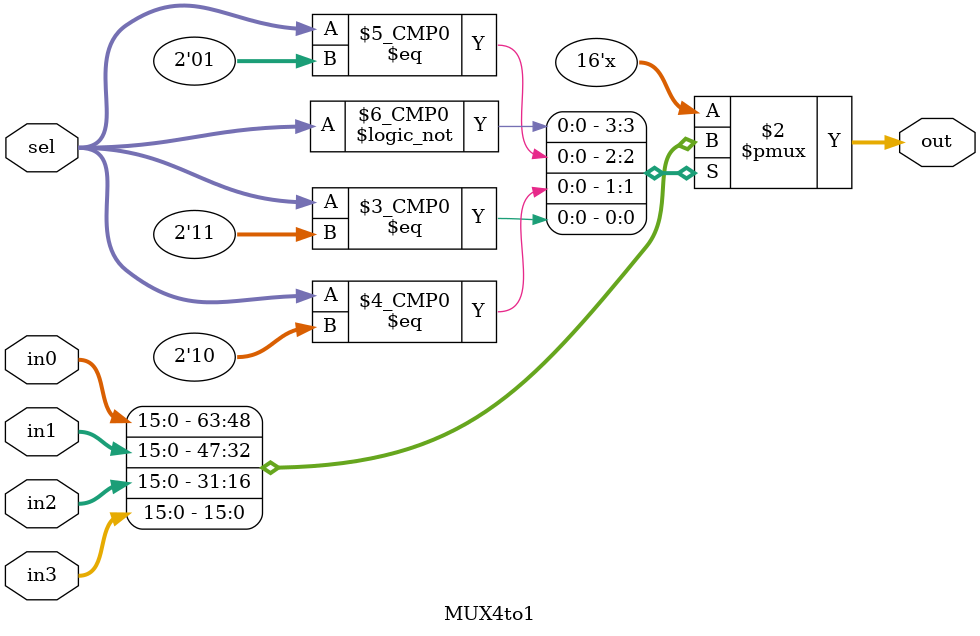
<source format=v>
module MUX4to1 (
    input [15:0] in0,    
    input [15:0] in1,    
    input [15:0] in2,    
    input [15:0] in3,   
    input [1:0] sel,     
    output reg [15:0] out 
);

    always @(*) begin
        case (sel)
            2'b00: out = in0;
            2'b01: out = in1;
            2'b10: out = in2;
            2'b11: out = in3;
            default: out = 16'b0;
        endcase
    end

endmodule 


 

 
 
 
 
</source>
